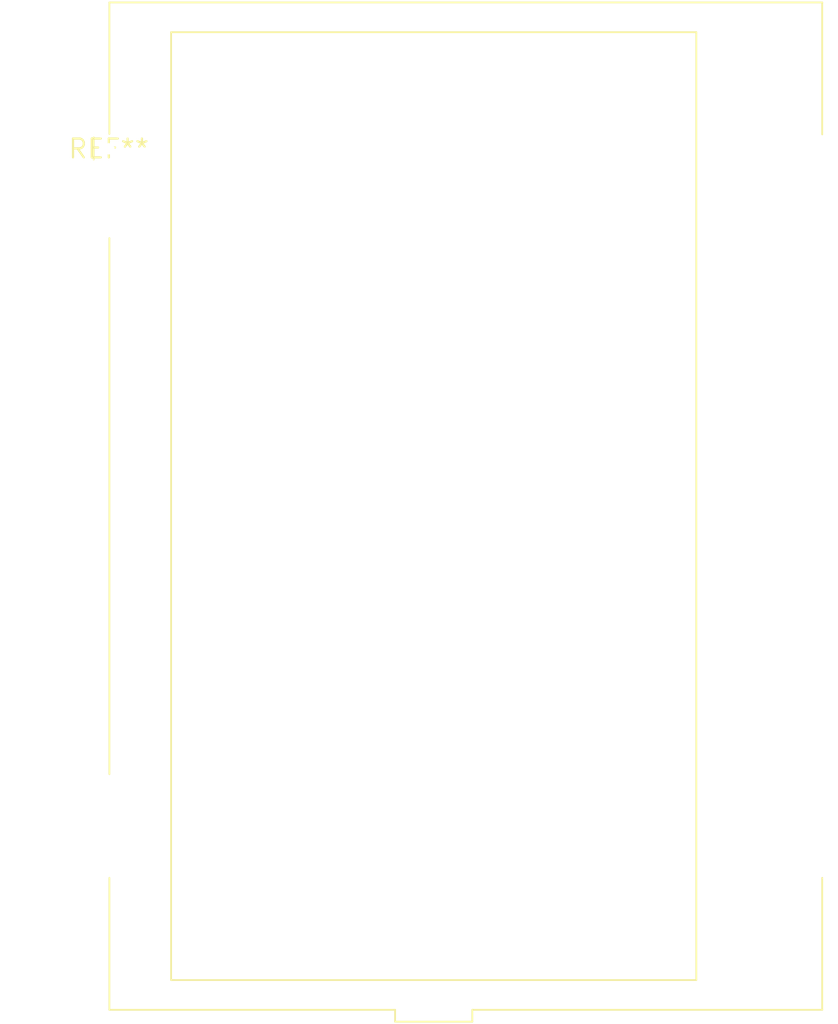
<source format=kicad_pcb>
(kicad_pcb (version 20240108) (generator pcbnew)
  (layers (0 "F.Cu" signal) (31 "B.Cu" signal) (34 "B.Paste" user) (35 "F.Paste" user) (36 "B.SilkS" user "B.Silkscreen") (37 "F.SilkS" user "F.Silkscreen") (38 "B.Mask" user) (39 "F.Mask" user) (44 "Edge.Cuts" user))
  (net 0 "")
  (footprint "EA_DOGL128-6" (layer "F.Cu") (at 0 0)
    (property "Reference" "REF**")
    (property "Value" "EA_DOGL128-6")
    (fp_line (start -1.025 -0.77) (end -1.025 0.73) (layer "F.SilkS") (stroke (width 0.12)))
    (fp_line (start 0.04 -9.88) (end 0.04 -1) (layer "F.SilkS") (stroke (width 0.12)))
    (fp_line (start 0.04 -9.88) (end 48.22 -9.88) (layer "F.SilkS") (stroke (width 0.12)))
    (fp_line (start 0.04 42.23) (end 0.04 6.03) (layer "F.SilkS") (stroke (width 0.12)))
    (fp_line (start 0.04 58.14) (end 0.04 49.23) (layer "F.SilkS") (stroke (width 0.12)))
    (fp_line (start 4.21 -7.87) (end 4.21 56.13) (layer "F.SilkS") (stroke (width 0.12)))
    (fp_line (start 4.21 56.13) (end 39.71 56.13) (layer "F.SilkS") (stroke (width 0.12)))
    (fp_line (start 19.35 58.14) (end 0.04 58.14) (layer "F.SilkS") (stroke (width 0.12)))
    (fp_line (start 19.35 58.94) (end 19.35 58.14) (layer "F.SilkS") (stroke (width 0.12)))
    (fp_line (start 24.57 58.14) (end 24.57 58.94) (layer "F.SilkS") (stroke (width 0.12)))
    (fp_line (start 24.57 58.94) (end 19.35 58.94) (layer "F.SilkS") (stroke (width 0.12)))
    (fp_line (start 39.71 -7.87) (end 4.21 -7.87) (layer "F.SilkS") (stroke (width 0.12)))
    (fp_line (start 39.71 56.13) (end 39.71 -7.87) (layer "F.SilkS") (stroke (width 0.12)))
    (fp_line (start 48.22 -9.88) (end 48.22 -0.97) (layer "F.SilkS") (stroke (width 0.12)))
    (fp_line (start 48.22 49.23) (end 48.22 58.14) (layer "F.SilkS") (stroke (width 0.12)))
    (fp_line (start 48.22 58.14) (end 24.57 58.14) (layer "F.SilkS") (stroke (width 0.12)))
    (pad "1" thru_hole rect (at 0 0 270) (size 1.524 1.524) (drill 0.762) (layers *.Cu *.Mask) (remove_unused_layers))
    (pad "2" thru_hole circle (at 0 2.54 270) (size 1.524 1.524) (drill 0.762) (layers *.Cu *.Mask) (remove_unused_layers))
    (pad "3" thru_hole circle (at 0 5.08 270) (size 1.524 1.524) (drill 0.762) (layers *.Cu *.Mask) (remove_unused_layers))
    (pad "18" thru_hole circle (at 0 43.18 270) (size 1.524 1.524) (drill 0.762) (layers *.Cu *.Mask) (remove_unused_layers))
    (pad "19" thru_hole circle (at 0 45.72 270) (size 1.524 1.524) (drill 0.762) (layers *.Cu *.Mask) (remove_unused_layers))
    (pad "20" thru_hole circle (at 0 48.26 270) (size 1.524 1.524) (drill 0.762) (layers *.Cu *.Mask) (remove_unused_layers))
    (pad "21" thru_hole circle (at 48.26 48.26 270) (size 1.524 1.524) (drill 0.762) (layers *.Cu *.Mask) (remove_unused_layers))
    (pad "22" thru_hole circle (at 48.26 45.72 270) (size 1.524 1.524) (drill 0.762) (layers *.Cu *.Mask) (remove_unused_layers))
    (pad "23" thru_hole circle (at 48.26 43.18 270) (size 1.524 1.524) (drill 0.762) (layers *.Cu *.Mask) (remove_unused_layers))
    (pad "24" thru_hole circle (at 48.26 40.64 270) (size 1.524 1.524) (drill 0.762) (layers *.Cu *.Mask) (remove_unused_layers))
    (pad "25" thru_hole circle (at 48.26 38.1 270) (size 1.524 1.524) (drill 0.762) (layers *.Cu *.Mask) (remove_unused_layers))
    (pad "26" thru_hole circle (at 48.26 35.56 270) (size 1.524 1.524) (drill 0.762) (layers *.Cu *.Mask) (remove_unused_layers))
    (pad "27" thru_hole circle (at 48.26 33.02 270) (size 1.524 1.524) (drill 0.762) (layers *.Cu *.Mask) (remove_unused_layers))
    (pad "28" thru_hole circle (at 48.26 30.48 270) (size 1.524 1.524) (drill 0.762) (layers *.Cu *.Mask) (remove_unused_layers))
    (pad "29" thru_hole circle (at 48.26 27.94 270) (size 1.524 1.524) (drill 0.762) (layers *.Cu *.Mask) (remove_unused_layers))
    (pad "30" thru_hole circle (at 48.26 25.4 270) (size 1.524 1.524) (drill 0.762) (layers *.Cu *.Mask) (remove_unused_layers))
    (pad "31" thru_hole circle (at 48.26 22.86 270) (size 1.524 1.524) (drill 0.762) (layers *.Cu *.Mask) (remove_unused_layers))
    (pad "32" thru_hole circle (at 48.26 20.32 270) (size 1.524 1.524) (drill 0.762) (layers *.Cu *.Mask) (remove_unused_layers))
    (pad "33" thru_hole circle (at 48.26 17.78 270) (size 1.524 1.524) (drill 0.762) (layers *.Cu *.Mask) (remove_unused_layers))
    (pad "34" thru_hole circle (at 48.26 15.24 270) (size 1.524 1.524) (drill 0.762) (layers *.Cu *.Mask) (remove_unused_layers))
    (pad "35" thru_hole circle (at 48.26 12.7 270) (size 1.524 1.524) (drill 0.762) (layers *.Cu *.Mask) (remove_unused_layers))
    (pad "36" thru_hole circle (at 48.26 10.16 270) (size 1.524 1.524) (drill 0.762) (layers *.Cu *.Mask) (remove_unused_layers))
    (pad "37" thru_hole circle (at 48.26 7.62 270) (size 1.524 1.524) (drill 0.762) (layers *.Cu *.Mask) (remove_unused_layers))
    (pad "38" thru_hole circle (at 48.26 5.08 270) (size 1.524 1.524) (drill 0.762) (layers *.Cu *.Mask) (remove_unused_layers))
    (pad "39" thru_hole circle (at 48.26 2.54 270) (size 1.524 1.524) (drill 0.762) (layers *.Cu *.Mask) (remove_unused_layers))
    (pad "40" thru_hole circle (at 48.26 0 270) (size 1.524 1.524) (drill 0.762) (layers *.Cu *.Mask) (remove_unused_layers))
  )
)
</source>
